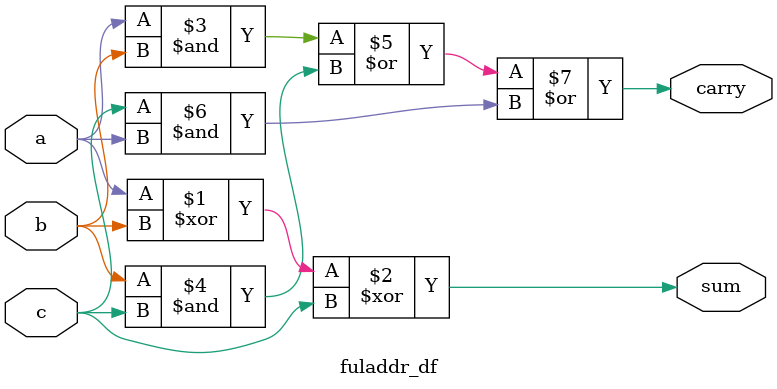
<source format=v>
`timescale 1ns / 1ps

module fuladdr_df(sum,carry,a,b,c);
    output sum,carry;
    input a,b,c;
    
    assign sum=a^b^c;
    assign carry=(a&b)|(b&c)|(c &a);
    endmodule

</source>
